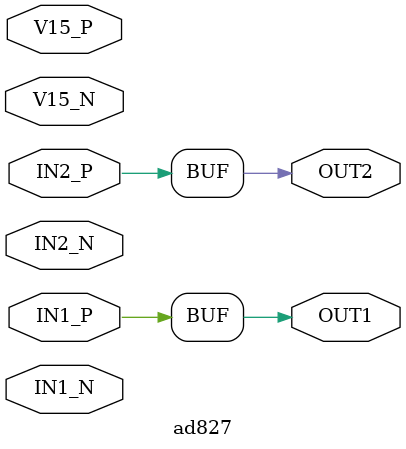
<source format=v>
/* 
 *  Created:  < wittich 25/09/95>
 *  Time-stamp: <95/10/10 11:12:27 wittich>
 *  filename: /tape/snopcb/snolib_fec32/ad827/verilog_lib/verilog.v
 *  
 *  Comments: yet another op-amp
 *
 *  Modification History:
 *  ------------------------------
 *  25/09/95          Created.
 *  10/10/95          changed to follow positve input.  ugh.
 */
 `timescale 1ns/1ns
 module ad827(OUT1, IN1_N, IN1_P, V15_N, V15_P, OUT2, IN2_N, IN2_P);
   input IN1_N, IN1_P;
   input IN2_N, IN2_P;
   input V15_N, V15_P;
   output OUT1,OUT2;
   
   
   /* output follows negative input. */
   assign OUT1=IN1_P;
   assign OUT2=IN2_P;
   
endmodule /* ad827 */
   

</source>
